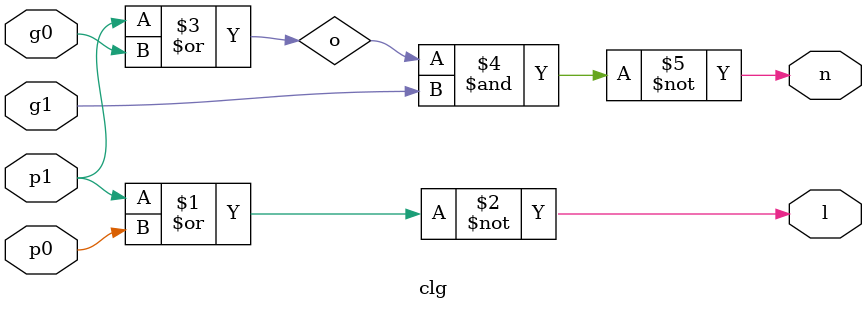
<source format=v>
`timescale 1ns / 1ps

module clg(p1,g1,p0,g0,l,n);
  
  input p1;
  input g1;
  input p0;
  input g0;
  output l;
  output n;

  nor nor1 (l,p1,p0);
  or or1 (o,p1,g0);
  nand nand1 (n,o,g1);

endmodule
</source>
